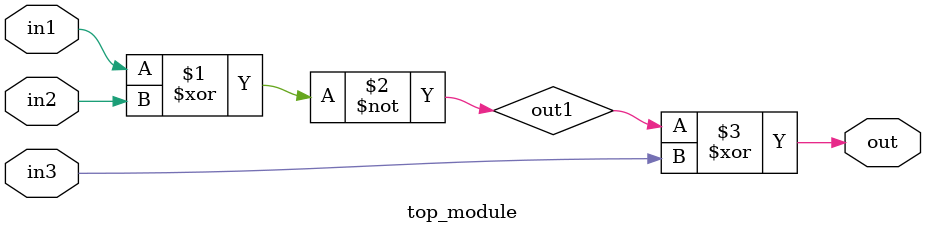
<source format=v>
module top_module (
    input in1,
    input in2,
    input in3,
    output out);
    
    wire out1;
    assign out1 = ~(in1^in2);
    assign out = out1 ^ in3;

endmodule

</source>
